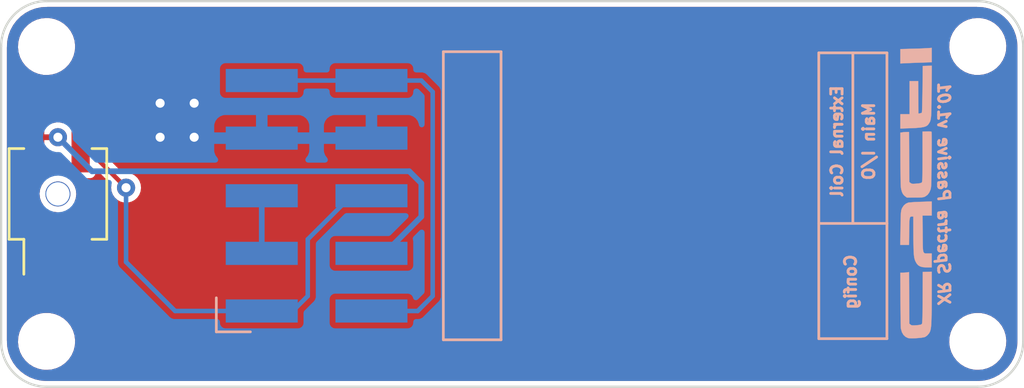
<source format=kicad_pcb>
(kicad_pcb (version 20211014) (generator pcbnew)
  (layers (0 "F.Cu" signal) (31 "B.Cu" signal) (34 "B.Paste" user) (35 "F.Paste" user) (36 "B.SilkS" user "B.Silkscreen") (37 "F.SilkS" user "F.Silkscreen") (38 "B.Mask" user) (39 "F.Mask" user) (44 "Edge.Cuts" user))
  (net 0 "")
  (net 1 "GND")
  (net 2 "out+")
  (net 3 "ext_coil-")
  (net 4 "int_coil+")
  (net 5 "out-")
  (footprint "cycfi_library:mounting_hole_st1.9" (layer "F.Cu") (at 148 115 180)
    (fp_text reference "H1" hide)
    (fp_text value "MountingHole" hide)
    (pad "" np_thru_hole circle locked (at 0 0 180) (size 2 2) (drill 2) (layers *.Cu *.Mask))
  )
  (footprint "cycfi_library:mounting_hole_st1.9" (layer "F.Cu") (at 148 102 180)
    (fp_text reference "H2" hide)
    (fp_text value "MountingHole" hide)
    (pad "" np_thru_hole circle locked (at 0 0 180) (size 2 2) (drill 2) (layers *.Cu *.Mask))
  )
  (footprint "cycfi_library:mounting_hole_st1.9" (layer "F.Cu") (at 107 115 180)
    (fp_text reference "H3" hide)
    (fp_text value "MountingHole" hide)
    (pad "" np_thru_hole circle locked (at 0 0 180) (size 2 2) (drill 2) (layers *.Cu *.Mask))
  )
  (footprint "cycfi_library:mounting_hole_st1.9" (layer "F.Cu") (at 107 102 180)
    (fp_text reference "H4" hide)
    (fp_text value "MountingHole" hide)
    (pad "" np_thru_hole circle locked (at 0 0 180) (size 2 2) (drill 2) (layers *.Cu *.Mask))
  )
  (footprint "cycfi_library:pin_socket_2x2p_2.00mm_smd_vertical" (layer "F.Cu") (at 107.5 108.5 90)
    (fp_text reference "J2" hide)
    (fp_text value "conn_2x2")
    (fp_line (start -3.54 -1.5) (end -2 -1.5) (layer "F.SilkS") (width 0.12))
    (fp_line (start 2 -2.15) (end 2 -1.5) (layer "F.SilkS") (width 0.12))
    (fp_line (start -2 -2.15) (end -2 -1.5) (layer "F.SilkS") (width 0.12))
    (fp_line (start -2 -2.15) (end 2 -2.15) (layer "F.SilkS") (width 0.12))
    (fp_line (start 2 1.5) (end 2 2.15) (layer "F.SilkS") (width 0.12))
    (fp_line (start -2 2.15) (end -2 1.5) (layer "F.SilkS") (width 0.12))
    (fp_line (start -2 2.15) (end 2 2.15) (layer "F.SilkS") (width 0.12))
    (pad "" np_thru_hole circle (at 0 0 90) (size 1.1 1.1) (drill 1.02) (layers F&B.Cu *.Mask))
    (pad "1" smd rect (at -2.275 -1 90) (size 2.65 0.8) (layers "F.Cu" "F.Paste" "F.Mask"))
    (pad "2" smd rect (at -2.275 1 90) (size 2.65 0.8) (layers "F.Cu" "F.Paste" "F.Mask") (net 1 "GND"))
    (pad "3" smd rect (at 2.275 1 90) (size 2.65 0.8) (layers "F.Cu" "F.Paste" "F.Mask") (net 5 "out-"))
    (pad "4" smd rect (at 2.275 -1 90) (size 2.65 0.8) (layers "F.Cu" "F.Paste" "F.Mask") (net 4 "int_coil+"))
  )
  (footprint "cycfi_library:cycfi-logo-12mm" (layer "B.Cu") (at 145.25 108.5 90)
    (fp_text reference "G***" hide)
    (fp_text value "LOGO" hide)
    (fp_poly (pts (xy -3.433497 0.523875) (xy -3.439583 0.328083) (xy -4.574176 0.322609) (xy -4.823285 0.321327) (xy -5.03347 0.320001) (xy -5.208141 0.318508) (xy -5.350708 0.316723) (xy -5.46458 0.314524) (xy -5.553168 0.311786) (xy -5.61988 0.308387) (xy -5.668126 0.304202) (xy -5.701317 0.299108) (xy -5.722861 0.292981) (xy -5.736168 0.285698) (xy -5.742025 0.280276) (xy -5.762828 0.235783) (xy -5.778991 0.152616) (xy -5.789938 0.042333) (xy -5.796037 -0.053263) (xy -5.79682 -0.116947) (xy -5.791149 -0.158934) (xy -5.777888 -0.18944) (xy -5.761682 -0.211667) (xy -5.718769 -0.264584) (xy -4.58194 -0.271367) (xy -3.445112 -0.278151) (xy -3.45799 -0.356034) (xy -3.465768 -0.425199) (xy -3.470481 -0.50958) (xy -3.4711 -0.545042) (xy -3.471333 -0.656167) (xy -4.651375 -0.653692) (xy -4.874741 -0.652897) (xy -5.088305 -0.65151) (xy -5.287778 -0.649601) (xy -5.46887 -0.64724) (xy -5.62729 -0.644496) (xy -5.758751 -0.641441) (xy -5.858961 -0.638144) (xy -5.92363 -0.634675) (xy -5.943241 -0.632599) (xy -6.091356 -0.591407) (xy -6.211051 -0.523044) (xy -6.299432 -0.429729) (xy -6.352026 -0.319085) (xy -6.360918 -0.260719) (xy -6.364185 -0.172024) (xy -6.362512 -0.063127) (xy -6.356581 0.055848) (xy -6.347076 0.174775) (xy -6.334681 0.283528) (xy -6.320079 0.371982) (xy -6.303955 0.430012) (xy -6.301019 0.436303) (xy -6.233427 0.528814) (xy -6.14091 0.606798) (xy -6.074602 0.64263) (xy -6.030154 0.658778) (xy -5.977749 0.672584) (xy -5.913992 0.684218) (xy -5.835494 0.693851) (xy -5.738861 0.701656) (xy -5.620701 0.707802) (xy -5.477623 0.712462) (xy -5.306233 0.715807) (xy -5.103142 0.718008) (xy -4.864955 0.719235) (xy -4.588281 0.719661) (xy -4.548507 0.719666) (xy -3.427411 0.719666) (xy -3.433497 0.523875)) (layer "B.SilkS") (width 0.01) (fill solid))
    (fp_poly (pts (xy 2.458289 0.717293) (xy 2.579643 0.716703) (xy 2.669247 0.715753) (xy 2.723241 0.714444) (xy 2.738007 0.713246) (xy 2.750615 0.688425) (xy 2.756507 0.625109) (xy 2.755822 0.521694) (xy 2.755456 0.510748) (xy 2.748662 0.3175) (xy 1.642195 0.3175) (xy 1.396808 0.317428) (xy 1.190284 0.317135) (xy 1.019152 0.316507) (xy 0.879941 0.315427) (xy 0.76918 0.31378) (xy 0.6834 0.311452) (xy 0.619129 0.308326) (xy 0.572897 0.304288) (xy 0.541233 0.299223) (xy 0.520666 0.293014) (xy 0.507727 0.285548) (xy 0.501437 0.279609) (xy 0.480977 0.238706) (xy 0.465454 0.164463) (xy 0.454005 0.052619) (xy 0.453209 0.041484) (xy 0.447454 -0.053968) (xy 0.446959 -0.117538) (xy 0.452902 -0.15948) (xy 0.466464 -0.190049) (xy 0.482335 -0.211667) (xy 0.525398 -0.264584) (xy 2.7305 -0.2782) (xy 2.7305 -0.368979) (xy 2.727317 -0.450662) (xy 2.719428 -0.539093) (xy 2.71704 -0.557963) (xy 2.703579 -0.656167) (xy 1.526415 -0.654484) (xy 1.251761 -0.653839) (xy 1.016478 -0.652705) (xy 0.817604 -0.651012) (xy 0.652178 -0.648694) (xy 0.51724 -0.645682) (xy 0.409827 -0.64191) (xy 0.32698 -0.637308) (xy 0.265738 -0.63181) (xy 0.223138 -0.625347) (xy 0.219468 -0.624575) (xy 0.098793 -0.592132) (xy 0.009362 -0.551688) (xy -0.059866 -0.497244) (xy -0.099447 -0.451258) (xy -0.15875 -0.373305) (xy -0.157507 -0.012028) (xy -0.156612 0.12237) (xy -0.15446 0.221985) (xy -0.150256 0.294363) (xy -0.143203 0.347051) (xy -0.132506 0.387597) (xy -0.11737 0.423547) (xy -0.110077 0.437982) (xy -0.03867 0.537444) (xy 0.06206 0.613809) (xy 0.1905 0.668872) (xy 0.218662 0.677053) (xy 0.251395 0.684041) (xy 0.292246 0.689957) (xy 0.344758 0.694926) (xy 0.412477 0.699069) (xy 0.498947 0.70251) (xy 0.607713 0.705372) (xy 0.74232 0.707778) (xy 0.906311 0.70985) (xy 1.103233 0.711713) (xy 1.336629 0.713487) (xy 1.510341 0.714657) (xy 1.732554 0.715943) (xy 1.942316 0.716846) (xy 2.135765 0.717368) (xy 2.309043 0.717516) (xy 2.458289 0.717293)) (layer "B.SilkS") (width 0.01) (fill solid))
    (fp_poly (pts (xy 5.647022 0.525349) (xy 5.640917 0.328083) (xy 4.620668 0.3175) (xy 4.373222 0.314499) (xy 4.155546 0.310966) (xy 3.969629 0.306961) (xy 3.817462 0.302545) (xy 3.701035 0.297778) (xy 3.622339 0.292722) (xy 3.583365 0.287438) (xy 3.579647 0.28575) (xy 3.562517 0.250644) (xy 3.552145 0.201083) (xy 3.545417 0.137583) (xy 4.974167 0.126437) (xy 4.974167 -0.254) (xy 3.513667 -0.254) (xy 3.513667 -0.656167) (xy 2.884029 -0.656167) (xy 2.893366 -0.365125) (xy 2.901406 -0.147314) (xy 2.910825 0.032472) (xy 2.922507 0.17854) (xy 2.937334 0.295194) (xy 2.956186 0.386742) (xy 2.979947 0.457489) (xy 3.009498 0.51174) (xy 3.045721 0.553801) (xy 3.088463 0.587291) (xy 3.126564 0.612116) (xy 3.162878 0.633239) (xy 3.201054 0.650986) (xy 3.244737 0.665683) (xy 3.297576 0.677656) (xy 3.363218 0.687231) (xy 3.445308 0.694733) (xy 3.547496 0.700487) (xy 3.673428 0.70482) (xy 3.82675 0.708057) (xy 4.011111 0.710524) (xy 4.230158 0.712546) (xy 4.487537 0.714449) (xy 4.514606 0.714639) (xy 5.653128 0.722613) (xy 5.647022 0.525349)) (layer "B.SilkS") (width 0.01) (fill solid))
    (fp_poly (pts (xy 6.427196 0.555625) (xy 6.422937 0.487314) (xy 6.418036 0.385011) (xy 6.412818 0.257049) (xy 6.40761 0.111758) (xy 6.40274 -0.042531) (xy 6.400214 -0.132292) (xy 6.38617 -0.656167) (xy 5.751894 -0.656167) (xy 5.764853 -0.407459) (xy 5.769694 -0.305374) (xy 5.775268 -0.172888) (xy 5.781114 -0.021915) (xy 5.786769 0.135631) (xy 5.791541 0.280458) (xy 5.805271 0.719666) (xy 6.440133 0.719666) (xy 6.427196 0.555625)) (layer "B.SilkS") (width 0.01) (fill solid))
    (fp_poly (pts (xy -2.624666 0.564197) (xy -2.625263 0.506358) (xy -2.624542 0.458817) (xy -2.618735 0.420537) (xy -2.604073 0.390483) (xy -2.57679 0.367618) (xy -2.533117 0.350906) (xy -2.469286 0.339312) (xy -2.381529 0.331799) (xy -2.266079 0.32733) (xy -2.119167 0.324871) (xy -1.937025 0.323385) (xy -1.744052 0.322055) (xy -0.9525 0.316027) (xy -0.9525 0.719666) (xy -0.332129 0.719666) (xy -0.347027 0.248708) (xy -0.352474 0.105526) (xy -0.359294 -0.028892) (xy -0.366963 -0.146846) (xy -0.374957 -0.24064) (xy -0.382753 -0.302574) (xy -0.385404 -0.315567) (xy -0.431879 -0.418739) (xy -0.512013 -0.509534) (xy -0.617327 -0.579636) (xy -0.681458 -0.605888) (xy -0.717996 -0.616114) (xy -0.762052 -0.62449) (xy -0.818388 -0.631272) (xy -0.891761 -0.636716) (xy -0.986931 -0.641081) (xy -1.108656 -0.644623) (xy -1.261696 -0.647598) (xy -1.450809 -0.650264) (xy -1.518708 -0.651082) (xy -2.243666 -0.659555) (xy -2.243666 -0.278655) (xy -1.654219 -0.271619) (xy -1.469956 -0.269181) (xy -1.323652 -0.266196) (xy -1.210932 -0.261828) (xy -1.127425 -0.255241) (xy -1.068755 -0.245599) (xy -1.030549 -0.232065) (xy -1.008433 -0.213805) (xy -0.998034 -0.189981) (xy -0.994979 -0.159759) (xy -0.994833 -0.145575) (xy -0.994833 -0.084667) (xy -1.772708 -0.084013) (xy -2.015639 -0.083284) (xy -2.220426 -0.081341) (xy -2.391245 -0.077887) (xy -2.532276 -0.072621) (xy -2.647698 -0.065248) (xy -2.741688 -0.055469) (xy -2.818425 -0.042985) (xy -2.882087 -0.027499) (xy -2.936853 -0.008712) (xy -2.959072 0.000616) (xy -3.065769 0.058164) (xy -3.143268 0.126926) (xy -3.195253 0.213675) (xy -3.22541 0.325181) (xy -3.237424 0.468217) (xy -3.238035 0.513291) (xy -3.2385 0.719666) (xy -2.624666 0.719666) (xy -2.624666 0.564197)) (layer "B.SilkS") (width 0.01) (fill solid))
  )
  (footprint "cycfi_library:pin_header_2x5p_2.54mm_smd_horizontal" (layer "B.Cu") (at 118.9 108.58)
    (fp_text reference "J1" hide)
    (fp_text value "I/O")
    (fp_line (start 8.1094 6.35) (end 8.1094 -6.35) (layer "B.SilkS") (width 0.12))
    (fp_line (start 5.5694 6.35) (end 8.1094 6.35) (layer "B.SilkS") (width 0.12))
    (fp_line (start 5.5694 6.35) (end 5.5694 -6.35) (layer "B.SilkS") (width 0.12))
    (fp_line (start -4.4256 6) (end -2.9256 6) (layer "B.SilkS") (width 0.12))
    (fp_line (start 8.1094 -6.35) (end 5.5694 -6.35) (layer "B.SilkS") (width 0.12))
    (fp_line (start -4.4256 4.5) (end -4.4256 6) (layer "B.SilkS") (width 0.12))
    (pad "1" smd rect (at -2.4256 5.08) (size 3.17 1.02) (layers "B.Cu" "B.Paste" "B.Mask") (net 5 "out-"))
    (pad "2" smd rect (at -2.4256 2.54) (size 3.17 1.02) (layers "B.Cu" "B.Paste" "B.Mask") (net 3 "ext_coil-"))
    (pad "3" smd rect (at -2.4256 0) (size 3.17 1.02) (layers "B.Cu" "B.Paste" "B.Mask") (net 3 "ext_coil-"))
    (pad "4" smd rect (at -2.4256 -2.54) (size 3.17 1.02) (layers "B.Cu" "B.Paste" "B.Mask") (net 1 "GND"))
    (pad "5" smd rect (at -2.4256 -5.08) (size 3.17 1.02) (layers "B.Cu" "B.Paste" "B.Mask") (net 2 "out+"))
    (pad "6" smd rect (at 2.4044 -5.08) (size 3.17 1.02) (layers "B.Cu" "B.Paste" "B.Mask") (net 2 "out+"))
    (pad "7" smd rect (at 2.4044 -2.54) (size 3.17 1.02) (layers "B.Cu" "B.Paste" "B.Mask") (net 1 "GND"))
    (pad "8" smd rect (at 2.4044 0) (size 3.17 1.02) (layers "B.Cu" "B.Paste" "B.Mask") (net 5 "out-"))
    (pad "9" smd rect (at 2.4044 2.54) (size 3.17 1.02) (layers "B.Cu" "B.Paste" "B.Mask") (net 4 "int_coil+"))
    (pad "10" smd rect (at 2.4044 5.08) (size 3.17 1.02) (layers "B.Cu" "B.Paste" "B.Mask") (net 2 "out+"))
  )
  (gr_line (start 141 114.88) (end 141 102.28) (layer "B.SilkS") (width 0.12))
  (gr_line (start 144 114.88) (end 141 114.88) (layer "B.SilkS") (width 0.12))
  (gr_line (start 144 102.28) (end 144 114.88) (layer "B.SilkS") (width 0.12))
  (gr_line (start 141 102.28) (end 144 102.28) (layer "B.SilkS") (width 0.12))
  (gr_line (start 144 109.8) (end 141 109.8) (layer "B.SilkS") (width 0.12))
  (gr_line (start 142.5 109.78) (end 142.5 102.28) (layer "B.SilkS") (width 0.12))
  (gr_line (start 148 117) (end 107 117) (layer "Edge.Cuts") (width 0.1))
  (gr_line (start 148 100) (end 107 100) (layer "Edge.Cuts") (width 0.1))
  (gr_line (start 105 115) (end 105 102) (layer "Edge.Cuts") (width 0.1))
  (gr_arc (start 105 102) (mid 105.585786 100.585786) (end 107 100) (layer "Edge.Cuts") (width 0.1))
  (gr_arc (start 107 117) (mid 105.585786 116.414214) (end 105 115) (layer "Edge.Cuts") (width 0.1))
  (gr_line (start 150 102) (end 150 115) (layer "Edge.Cuts") (width 0.1))
  (gr_arc (start 148 100) (mid 149.414214 100.585786) (end 150 102) (layer "Edge.Cuts") (width 0.1))
  (gr_arc (start 150 115) (mid 149.414214 116.414214) (end 148 117) (layer "Edge.Cuts") (width 0.1))
  (gr_text "XR Spectra Passive v1.01" (at 146.5 108.5 270) (layer "B.SilkS") (effects (font (size 0.5 0.5) (thickness 0.125) italic) (justify mirror)))
  (gr_text "Main I/O" (at 143.2 106.18 90) (layer "B.SilkS") (effects (font (size 0.5 0.5) (thickness 0.125)) (justify mirror)))
  (gr_text "External Coil" (at 141.8 106.18 90) (layer "B.SilkS") (effects (font (size 0.5 0.5) (thickness 0.125)) (justify mirror)))
  (gr_text "Config" (at 142.4 112.38 90) (layer "B.SilkS") (effects (font (size 0.5 0.5) (thickness 0.125)) (justify mirror)))
  (via (at 113.5 104.5) (size 0.8) (drill 0.4) (layers "F.Cu" "B.Cu") (net 1))
  (via (at 112 104.5) (size 0.8) (drill 0.4) (layers "F.Cu" "B.Cu") (net 1))
  (via (at 113.5 106) (size 0.8) (drill 0.4) (layers "F.Cu" "B.Cu") (net 1))
  (via (at 112 106) (size 0.8) (drill 0.4) (layers "F.Cu" "B.Cu") (net 1))
  (segment (start 121.3044 103.5) (end 123.5 103.5) (width 0.2) (layer "B.Cu") (net 2))
  (segment (start 123.34 113.66) (end 121.3044 113.66) (width 0.2) (layer "B.Cu") (net 2))
  (segment (start 124 104) (end 124 113) (width 0.2) (layer "B.Cu") (net 2))
  (segment (start 123.5 103.5) (end 124 104) (width 0.2) (layer "B.Cu") (net 2))
  (segment (start 116.4744 103.5) (end 121.3044 103.5) (width 0.2) (layer "B.Cu") (net 2))
  (segment (start 124 113) (end 123.34 113.66) (width 0.2) (layer "B.Cu") (net 2))
  (segment (start 116.4744 108.58) (end 116.4744 111.12) (width 0.25) (layer "B.Cu") (net 3))
  (segment (start 106.725 106) (end 106.5 106.225) (width 0.25) (layer "F.Cu") (net 4))
  (segment (start 107.5 106) (end 106.725 106) (width 0.25) (layer "F.Cu") (net 4))
  (via (at 107.5 106) (size 0.8) (drill 0.4) (layers "F.Cu" "B.Cu") (net 4))
  (segment (start 109 107.5) (end 107.5 106) (width 0.25) (layer "B.Cu") (net 4))
  (segment (start 121.88 111.12) (end 123.5 109.5) (width 0.25) (layer "B.Cu") (net 4))
  (segment (start 121.3044 111.12) (end 121.88 111.12) (width 0.25) (layer "B.Cu") (net 4))
  (segment (start 122.968422 107.5) (end 109 107.5) (width 0.25) (layer "B.Cu") (net 4))
  (segment (start 123.5 109.5) (end 123.5 108.031578) (width 0.25) (layer "B.Cu") (net 4))
  (segment (start 123.5 108.031578) (end 122.968422 107.5) (width 0.25) (layer "B.Cu") (net 4))
  (segment (start 108.5005 106.225) (end 108.5 106.225) (width 0.2) (layer "F.Cu") (net 5))
  (segment (start 110.5 108.2245) (end 108.5005 106.225) (width 0.2) (layer "F.Cu") (net 5))
  (via (at 110.5 108.2245) (size 0.8) (drill 0.4) (layers "F.Cu" "B.Cu") (net 5))
  (segment (start 118.5 113) (end 117.84 113.66) (width 0.2) (layer "B.Cu") (net 5))
  (segment (start 118.5 110.5) (end 118.5 113) (width 0.2) (layer "B.Cu") (net 5))
  (segment (start 110.5 111.5) (end 112.66 113.66) (width 0.2) (layer "B.Cu") (net 5))
  (segment (start 112.66 113.66) (end 116.4744 113.66) (width 0.2) (layer "B.Cu") (net 5))
  (segment (start 110.5 108.2245) (end 110.5 111.5) (width 0.2) (layer "B.Cu") (net 5))
  (segment (start 120.42 108.58) (end 119 110) (width 0.2) (layer "B.Cu") (net 5))
  (segment (start 117.84 113.66) (end 116.4744 113.66) (width 0.2) (layer "B.Cu") (net 5))
  (segment (start 119 110) (end 118.5 110.5) (width 0.2) (layer "B.Cu") (net 5))
  (segment (start 121.3044 108.58) (end 120.42 108.58) (width 0.2) (layer "B.Cu") (net 5))
  (zone (net 1) (net_name "GND") (layer "F.Cu") (connect_pads (clearance 0.254)) (min_thickness 0.254) (fill yes (thermal_gap 0.508) (thermal_bridge_width 0.508))
    (polygon (pts (xy 105 100) (xy 150 100) (xy 150 117) (xy 105 117)))
  )
  (zone (net 1) (net_name "GND") (layer "B.Cu") (connect_pads (clearance 0.254)) (min_thickness 0.254) (fill yes (thermal_gap 0.508) (thermal_bridge_width 0.508))
    (polygon (pts (xy 105 100) (xy 150 100) (xy 150 117) (xy 105 117)))
  )
)
</source>
